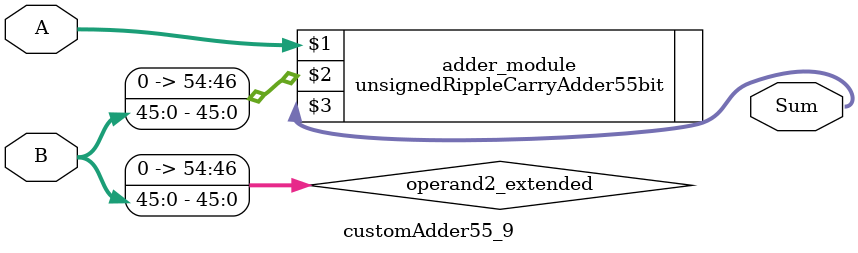
<source format=v>
module customAdder55_9(
                        input [54 : 0] A,
                        input [45 : 0] B,
                        
                        output [55 : 0] Sum
                );

        wire [54 : 0] operand2_extended;
        
        assign operand2_extended =  {9'b0, B};
        
        unsignedRippleCarryAdder55bit adder_module(
            A,
            operand2_extended,
            Sum
        );
        
        endmodule
        
</source>
